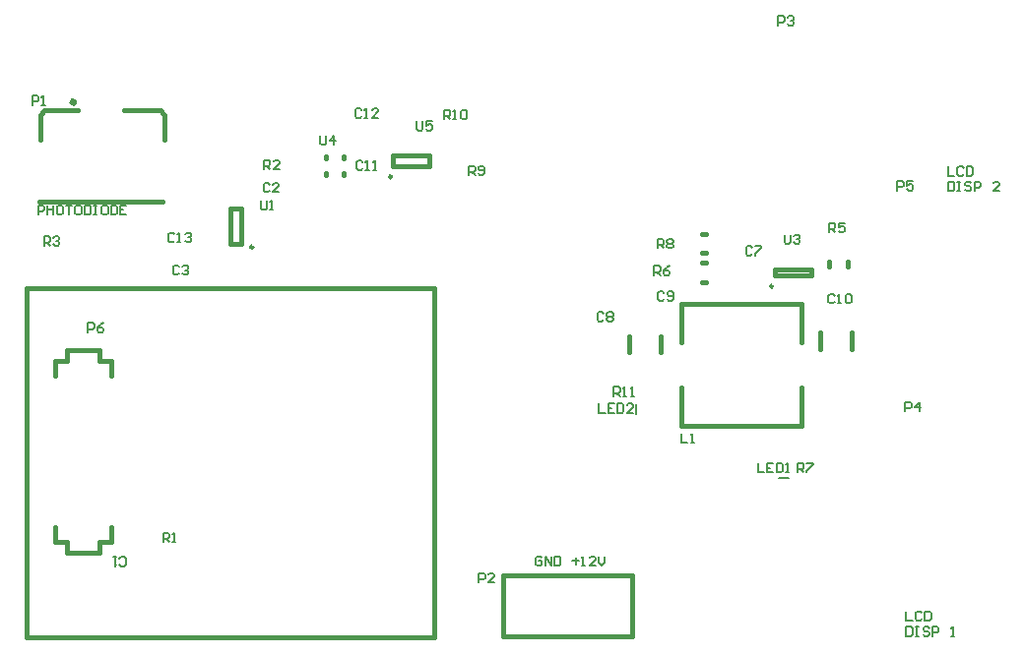
<source format=gto>
G04*
G04 #@! TF.GenerationSoftware,Altium Limited,Altium Designer,18.1.6 (161)*
G04*
G04 Layer_Color=65535*
%FSLAX25Y25*%
%MOIN*%
G70*
G01*
G75*
%ADD10C,0.00984*%
%ADD11C,0.01968*%
%ADD12C,0.00394*%
%ADD13C,0.00591*%
%ADD14C,0.01575*%
D10*
X242520Y109055D02*
G03*
X242520Y109055I-492J0D01*
G01*
X66535Y122335D02*
G03*
X66535Y122335I-492J0D01*
G01*
X113484Y146161D02*
G03*
X113484Y146161I-492J0D01*
G01*
D11*
X6004Y171457D02*
G03*
X6004Y171457I-394J0D01*
G01*
D12*
X96472Y154791D02*
G03*
X96472Y154791I-197J0D01*
G01*
D13*
X244369Y44227D02*
X247953D01*
X196210Y65661D02*
Y69245D01*
X287598Y-1105D02*
Y-4253D01*
X289698D01*
X292846Y-1629D02*
X292321Y-1105D01*
X291272D01*
X290747Y-1629D01*
Y-3729D01*
X291272Y-4253D01*
X292321D01*
X292846Y-3729D01*
X293896Y-1105D02*
Y-4253D01*
X295470D01*
X295995Y-3729D01*
Y-1629D01*
X295470Y-1105D01*
X293896D01*
X287598Y-6300D02*
Y-9449D01*
X289173D01*
X289698Y-8924D01*
Y-6825D01*
X289173Y-6300D01*
X287598D01*
X290747D02*
X291796D01*
X291272D01*
Y-9449D01*
X290747D01*
X291796D01*
X295470Y-6825D02*
X294945Y-6300D01*
X293896D01*
X293371Y-6825D01*
Y-7350D01*
X293896Y-7875D01*
X294945D01*
X295470Y-8399D01*
Y-8924D01*
X294945Y-9449D01*
X293896D01*
X293371Y-8924D01*
X296519Y-9449D02*
Y-6300D01*
X298094D01*
X298619Y-6825D01*
Y-7875D01*
X298094Y-8399D01*
X296519D01*
X302817Y-9449D02*
X303866D01*
X303341D01*
Y-6300D01*
X302817Y-6825D01*
X301772Y149683D02*
Y146534D01*
X303871D01*
X307019Y149158D02*
X306494Y149683D01*
X305445D01*
X304920Y149158D01*
Y147059D01*
X305445Y146534D01*
X306494D01*
X307019Y147059D01*
X308069Y149683D02*
Y146534D01*
X309643D01*
X310168Y147059D01*
Y149158D01*
X309643Y149683D01*
X308069D01*
X301772Y144487D02*
Y141339D01*
X303346D01*
X303871Y141863D01*
Y143962D01*
X303346Y144487D01*
X301772D01*
X304920D02*
X305970D01*
X305445D01*
Y141339D01*
X304920D01*
X305970D01*
X309643Y143962D02*
X309118Y144487D01*
X308069D01*
X307544Y143962D01*
Y143438D01*
X308069Y142913D01*
X309118D01*
X309643Y142388D01*
Y141863D01*
X309118Y141339D01*
X308069D01*
X307544Y141863D01*
X310693Y141339D02*
Y144487D01*
X312267D01*
X312792Y143962D01*
Y142913D01*
X312267Y142388D01*
X310693D01*
X319089Y141339D02*
X316990D01*
X319089Y143438D01*
Y143962D01*
X318564Y144487D01*
X317515D01*
X316990Y143962D01*
X-6298Y133366D02*
Y136515D01*
X-4723D01*
X-4199Y135990D01*
Y134940D01*
X-4723Y134416D01*
X-6298D01*
X-3149Y136515D02*
Y133366D01*
Y134940D01*
X-1050D01*
Y136515D01*
Y133366D01*
X1574Y136515D02*
X524D01*
X-0Y135990D01*
Y133891D01*
X524Y133366D01*
X1574D01*
X2098Y133891D01*
Y135990D01*
X1574Y136515D01*
X3148D02*
X5247D01*
X4198D01*
Y133366D01*
X7871Y136515D02*
X6821D01*
X6297Y135990D01*
Y133891D01*
X6821Y133366D01*
X7871D01*
X8396Y133891D01*
Y135990D01*
X7871Y136515D01*
X9445D02*
Y133366D01*
X11020D01*
X11544Y133891D01*
Y135990D01*
X11020Y136515D01*
X9445D01*
X12594D02*
X13643D01*
X13119D01*
Y133366D01*
X12594D01*
X13643D01*
X16792Y136515D02*
X15742D01*
X15218Y135990D01*
Y133891D01*
X15742Y133366D01*
X16792D01*
X17317Y133891D01*
Y135990D01*
X16792Y136515D01*
X18366D02*
Y133366D01*
X19940D01*
X20465Y133891D01*
Y135990D01*
X19940Y136515D01*
X18366D01*
X23614D02*
X21515D01*
Y133366D01*
X23614D01*
X21515Y134940D02*
X22564D01*
X164296Y16994D02*
X163771Y17519D01*
X162722D01*
X162197Y16994D01*
Y14895D01*
X162722Y14370D01*
X163771D01*
X164296Y14895D01*
Y15944D01*
X163246D01*
X165345Y14370D02*
Y17519D01*
X167445Y14370D01*
Y17519D01*
X168494D02*
Y14370D01*
X170068D01*
X170593Y14895D01*
Y16994D01*
X170068Y17519D01*
X168494D01*
X174606Y15944D02*
X176705D01*
X175656Y16994D02*
Y14895D01*
X177755Y14370D02*
X178804D01*
X178280D01*
Y17519D01*
X177755Y16994D01*
X182478Y14370D02*
X180379D01*
X182478Y16469D01*
Y16994D01*
X181953Y17519D01*
X180903D01*
X180379Y16994D01*
X183527Y17519D02*
Y15420D01*
X184577Y14370D01*
X185626Y15420D01*
Y17519D01*
X188583Y71850D02*
Y74999D01*
X190157D01*
X190682Y74474D01*
Y73425D01*
X190157Y72900D01*
X188583D01*
X189632D02*
X190682Y71850D01*
X191731D02*
X192781D01*
X192256D01*
Y74999D01*
X191731Y74474D01*
X194355Y71850D02*
X195405D01*
X194880D01*
Y74999D01*
X194355Y74474D01*
X250787Y45965D02*
Y49113D01*
X252362D01*
X252887Y48588D01*
Y47539D01*
X252362Y47014D01*
X250787D01*
X251837D02*
X252887Y45965D01*
X253936Y49113D02*
X256035D01*
Y48588D01*
X253936Y46489D01*
Y45965D01*
X183563Y69290D02*
Y66142D01*
X185662D01*
X188811Y69290D02*
X186712D01*
Y66142D01*
X188811D01*
X186712Y67716D02*
X187761D01*
X189860Y69290D02*
Y66142D01*
X191435D01*
X191959Y66667D01*
Y68766D01*
X191435Y69290D01*
X189860D01*
X195108Y66142D02*
X193009D01*
X195108Y68241D01*
Y68766D01*
X194583Y69290D01*
X193534D01*
X193009Y68766D01*
X237393Y49113D02*
Y45965D01*
X239493D01*
X242641Y49113D02*
X240542D01*
Y45965D01*
X242641D01*
X240542Y47539D02*
X241592D01*
X243691Y49113D02*
Y45965D01*
X245265D01*
X245790Y46489D01*
Y48588D01*
X245265Y49113D01*
X243691D01*
X246839Y45965D02*
X247889D01*
X247364D01*
Y49113D01*
X246839Y48588D01*
X39859Y126640D02*
X39334Y127164D01*
X38285D01*
X37760Y126640D01*
Y124540D01*
X38285Y124016D01*
X39334D01*
X39859Y124540D01*
X40909Y124016D02*
X41958D01*
X41433D01*
Y127164D01*
X40909Y126640D01*
X43532D02*
X44057Y127164D01*
X45107D01*
X45632Y126640D01*
Y126115D01*
X45107Y125590D01*
X44582D01*
X45107D01*
X45632Y125065D01*
Y124540D01*
X45107Y124016D01*
X44057D01*
X43532Y124540D01*
X36024Y22343D02*
Y25491D01*
X37598D01*
X38123Y24966D01*
Y23917D01*
X37598Y23392D01*
X36024D01*
X37073D02*
X38123Y22343D01*
X39172D02*
X40222D01*
X39697D01*
Y25491D01*
X39172Y24966D01*
X103575Y151174D02*
X103051Y151699D01*
X102001D01*
X101476Y151174D01*
Y149075D01*
X102001Y148550D01*
X103051D01*
X103575Y149075D01*
X104625Y148550D02*
X105675D01*
X105150D01*
Y151699D01*
X104625Y151174D01*
X107249Y148550D02*
X108298D01*
X107774D01*
Y151699D01*
X107249Y151174D01*
X69095Y138188D02*
Y135564D01*
X69619Y135039D01*
X70669D01*
X71194Y135564D01*
Y138188D01*
X72243Y135039D02*
X73293D01*
X72768D01*
Y138188D01*
X72243Y137663D01*
X10630Y93483D02*
Y96632D01*
X12204D01*
X12729Y96107D01*
Y95058D01*
X12204Y94533D01*
X10630D01*
X15878Y96632D02*
X14828Y96107D01*
X13779Y95058D01*
Y94008D01*
X14303Y93483D01*
X15353D01*
X15878Y94008D01*
Y94533D01*
X15353Y95058D01*
X13779D01*
X21228Y14761D02*
X21753Y14236D01*
X22802D01*
X23327Y14761D01*
Y16860D01*
X22802Y17385D01*
X21753D01*
X21228Y16860D01*
X20178Y17385D02*
X19129D01*
X19653D01*
Y14236D01*
X20178Y14761D01*
X72098Y143577D02*
X71573Y144101D01*
X70524D01*
X69999Y143577D01*
Y141478D01*
X70524Y140953D01*
X71573D01*
X72098Y141478D01*
X75246Y140953D02*
X73147D01*
X75246Y143052D01*
Y143577D01*
X74722Y144101D01*
X73672D01*
X73147Y143577D01*
X41469Y115616D02*
X40944Y116141D01*
X39895D01*
X39370Y115616D01*
Y113517D01*
X39895Y112992D01*
X40944D01*
X41469Y113517D01*
X42519Y115616D02*
X43043Y116141D01*
X44093D01*
X44618Y115616D01*
Y115091D01*
X44093Y114566D01*
X43568D01*
X44093D01*
X44618Y114042D01*
Y113517D01*
X44093Y112992D01*
X43043D01*
X42519Y113517D01*
X235465Y122112D02*
X234940Y122637D01*
X233891D01*
X233366Y122112D01*
Y120013D01*
X233891Y119488D01*
X234940D01*
X235465Y120013D01*
X236515Y122637D02*
X238614D01*
Y122112D01*
X236515Y120013D01*
Y119488D01*
X205642Y106848D02*
X205118Y107373D01*
X204068D01*
X203543Y106848D01*
Y104749D01*
X204068Y104224D01*
X205118D01*
X205642Y104749D01*
X206692D02*
X207217Y104224D01*
X208266D01*
X208791Y104749D01*
Y106848D01*
X208266Y107373D01*
X207217D01*
X206692Y106848D01*
Y106324D01*
X207217Y105799D01*
X208791D01*
X263319Y105872D02*
X262795Y106397D01*
X261745D01*
X261221Y105872D01*
Y103773D01*
X261745Y103248D01*
X262795D01*
X263319Y103773D01*
X264369Y103248D02*
X265419D01*
X264894D01*
Y106397D01*
X264369Y105872D01*
X266993D02*
X267518Y106397D01*
X268567D01*
X269092Y105872D01*
Y103773D01*
X268567Y103248D01*
X267518D01*
X266993Y103773D01*
Y105872D01*
X103182Y168789D02*
X102657Y169314D01*
X101608D01*
X101083Y168789D01*
Y166690D01*
X101608Y166166D01*
X102657D01*
X103182Y166690D01*
X104231Y166166D02*
X105281D01*
X104756D01*
Y169314D01*
X104231Y168789D01*
X108954Y166166D02*
X106855D01*
X108954Y168265D01*
Y168789D01*
X108429Y169314D01*
X107380D01*
X106855Y168789D01*
X211516Y59153D02*
Y56004D01*
X213615D01*
X214664D02*
X215714D01*
X215189D01*
Y59153D01*
X214664Y58628D01*
X142913Y8661D02*
Y11810D01*
X144488D01*
X145012Y11285D01*
Y10236D01*
X144488Y9711D01*
X142913D01*
X148161Y8661D02*
X146062D01*
X148161Y10761D01*
Y11285D01*
X147636Y11810D01*
X146587D01*
X146062Y11285D01*
X244291Y197441D02*
Y200589D01*
X245866D01*
X246390Y200065D01*
Y199015D01*
X245866Y198491D01*
X244291D01*
X247440Y200065D02*
X247965Y200589D01*
X249014D01*
X249539Y200065D01*
Y199540D01*
X249014Y199015D01*
X248489D01*
X249014D01*
X249539Y198491D01*
Y197966D01*
X249014Y197441D01*
X247965D01*
X247440Y197966D01*
X287303Y66634D02*
Y69782D01*
X288877D01*
X289402Y69258D01*
Y68208D01*
X288877Y67683D01*
X287303D01*
X292026Y66634D02*
Y69782D01*
X290452Y68208D01*
X292551D01*
X284646Y141535D02*
Y144684D01*
X286220D01*
X286745Y144159D01*
Y143110D01*
X286220Y142585D01*
X284646D01*
X289893Y144684D02*
X287794D01*
Y143110D01*
X288844Y143634D01*
X289369D01*
X289893Y143110D01*
Y142060D01*
X289369Y141535D01*
X288319D01*
X287794Y142060D01*
X70177Y148684D02*
Y151833D01*
X71751D01*
X72276Y151308D01*
Y150258D01*
X71751Y149733D01*
X70177D01*
X71227D02*
X72276Y148684D01*
X75425D02*
X73326D01*
X75425Y150783D01*
Y151308D01*
X74900Y151833D01*
X73851D01*
X73326Y151308D01*
X261516Y127362D02*
Y130511D01*
X263090D01*
X263615Y129986D01*
Y128937D01*
X263090Y128412D01*
X261516D01*
X262565D02*
X263615Y127362D01*
X266763Y130511D02*
X264664D01*
Y128937D01*
X265714Y129461D01*
X266239D01*
X266763Y128937D01*
Y127887D01*
X266239Y127362D01*
X265189D01*
X264664Y127887D01*
X202264Y112795D02*
Y115944D01*
X203838D01*
X204363Y115419D01*
Y114370D01*
X203838Y113845D01*
X202264D01*
X203313D02*
X204363Y112795D01*
X207511Y115944D02*
X206462Y115419D01*
X205412Y114370D01*
Y113320D01*
X205937Y112795D01*
X206987D01*
X207511Y113320D01*
Y113845D01*
X206987Y114370D01*
X205412D01*
X203445Y121949D02*
Y125097D01*
X205019D01*
X205544Y124573D01*
Y123523D01*
X205019Y122998D01*
X203445D01*
X204494D02*
X205544Y121949D01*
X206593Y124573D02*
X207118Y125097D01*
X208168D01*
X208693Y124573D01*
Y124048D01*
X208168Y123523D01*
X208693Y122998D01*
Y122474D01*
X208168Y121949D01*
X207118D01*
X206593Y122474D01*
Y122998D01*
X207118Y123523D01*
X206593Y124048D01*
Y124573D01*
X207118Y123523D02*
X208168D01*
X139567Y146724D02*
Y149873D01*
X141141D01*
X141666Y149348D01*
Y148299D01*
X141141Y147774D01*
X139567D01*
X140617D02*
X141666Y146724D01*
X142716Y147249D02*
X143240Y146724D01*
X144290D01*
X144815Y147249D01*
Y149348D01*
X144290Y149873D01*
X143240D01*
X142716Y149348D01*
Y148823D01*
X143240Y148299D01*
X144815D01*
X131102Y165650D02*
Y168798D01*
X132677D01*
X133201Y168273D01*
Y167224D01*
X132677Y166699D01*
X131102D01*
X132152D02*
X133201Y165650D01*
X134251D02*
X135301D01*
X134776D01*
Y168798D01*
X134251Y168273D01*
X136875D02*
X137399Y168798D01*
X138449D01*
X138974Y168273D01*
Y166174D01*
X138449Y165650D01*
X137399D01*
X136875Y166174D01*
Y168273D01*
X246358Y126537D02*
Y123913D01*
X246883Y123389D01*
X247933D01*
X248457Y123913D01*
Y126537D01*
X249507Y126012D02*
X250032Y126537D01*
X251081D01*
X251606Y126012D01*
Y125488D01*
X251081Y124963D01*
X250556D01*
X251081D01*
X251606Y124438D01*
Y123913D01*
X251081Y123389D01*
X250032D01*
X249507Y123913D01*
X89173Y160137D02*
Y157513D01*
X89698Y156988D01*
X90747D01*
X91272Y157513D01*
Y160137D01*
X93896Y156988D02*
Y160137D01*
X92322Y158563D01*
X94421D01*
X121850Y165058D02*
Y162434D01*
X122375Y161909D01*
X123425D01*
X123950Y162434D01*
Y165058D01*
X127098D02*
X124999D01*
Y163484D01*
X126049Y164008D01*
X126573D01*
X127098Y163484D01*
Y162434D01*
X126573Y161909D01*
X125524D01*
X124999Y162434D01*
X185170Y99770D02*
X184645Y100294D01*
X183596D01*
X183071Y99770D01*
Y97670D01*
X183596Y97146D01*
X184645D01*
X185170Y97670D01*
X186220Y99770D02*
X186744Y100294D01*
X187794D01*
X188319Y99770D01*
Y99245D01*
X187794Y98720D01*
X188319Y98195D01*
Y97670D01*
X187794Y97146D01*
X186744D01*
X186220Y97670D01*
Y98195D01*
X186744Y98720D01*
X186220Y99245D01*
Y99770D01*
X186744Y98720D02*
X187794D01*
X-4331Y122835D02*
Y125983D01*
X-2756D01*
X-2232Y125459D01*
Y124409D01*
X-2756Y123884D01*
X-4331D01*
X-3281D02*
X-2232Y122835D01*
X-1182Y125459D02*
X-657Y125983D01*
X392D01*
X917Y125459D01*
Y124934D01*
X392Y124409D01*
X-133D01*
X392D01*
X917Y123884D01*
Y123359D01*
X392Y122835D01*
X-657D01*
X-1182Y123359D01*
X-8169Y170571D02*
Y173720D01*
X-6595D01*
X-6070Y173195D01*
Y172145D01*
X-6595Y171620D01*
X-8169D01*
X-5021Y170571D02*
X-3971D01*
X-4496D01*
Y173720D01*
X-5021Y173195D01*
D14*
X243110Y114764D02*
X255315D01*
X243110Y112795D02*
X255315D01*
Y114764D01*
X243110Y112795D02*
Y114764D01*
X151064Y-9646D02*
X166142D01*
X151064D02*
Y11220D01*
X194664Y-9646D02*
Y11220D01*
X151064D02*
X194664D01*
X162205Y-9646D02*
X194664D01*
X18504Y22441D02*
Y27559D01*
X-394Y22441D02*
Y27559D01*
X18504Y78740D02*
Y83858D01*
X-394Y78740D02*
Y83858D01*
X3543Y18898D02*
X14567D01*
X-394Y22441D02*
X3543D01*
X14567Y18898D02*
Y22441D01*
X18504D01*
X3543Y18898D02*
Y22441D01*
X14567Y83858D02*
Y87402D01*
X-394Y83858D02*
X3543D01*
Y87402D01*
X14567Y83858D02*
X18504D01*
X3543Y87402D02*
X14567D01*
X58661Y123319D02*
X62598D01*
X58661Y135524D02*
X62598D01*
Y123319D02*
Y135524D01*
X58661Y123319D02*
Y135524D01*
X211491Y61614D02*
X252042D01*
X211491Y102953D02*
X252042D01*
Y61614D02*
Y74606D01*
X211491Y61614D02*
Y74606D01*
X252042Y89961D02*
Y102953D01*
X211491Y89961D02*
Y102953D01*
X218381Y126767D02*
X219955D01*
X218381Y120271D02*
X219955D01*
X193898Y86614D02*
Y92126D01*
X204528Y86614D02*
Y92126D01*
X269094Y87795D02*
Y93307D01*
X258465Y87795D02*
Y93307D01*
X261319Y115748D02*
Y117323D01*
X267815Y115748D02*
Y117323D01*
X218381Y110531D02*
X219955D01*
X218381Y117028D02*
X219955D01*
X113976Y153543D02*
X126181D01*
X113976Y149606D02*
X126181D01*
Y153543D01*
X113976Y149606D02*
Y153543D01*
X-5807Y137795D02*
X35728D01*
X36614Y158760D02*
Y167224D01*
X22835Y168701D02*
X35138D01*
X36614Y167224D01*
X-4134Y168701D02*
X7087D01*
X-5610Y158858D02*
Y167224D01*
X-4134Y168701D01*
X97146Y152437D02*
Y153224D01*
X91043Y152437D02*
Y153224D01*
Y146728D02*
Y147516D01*
X97146Y146728D02*
Y147516D01*
X-10138Y-9843D02*
X127657D01*
Y108268D01*
X-10138D02*
X127657D01*
X-10138Y-9843D02*
Y108268D01*
M02*

</source>
